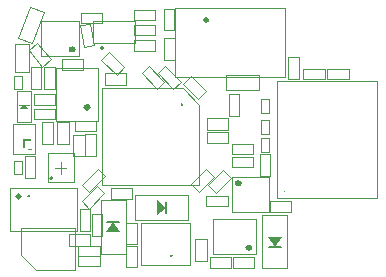
<source format=gbr>
%TF.GenerationSoftware,KiCad,Pcbnew,9.0.0*%
%TF.CreationDate,2025-03-31T11:01:06+01:00*%
%TF.ProjectId,vm_rp2040_brain_0.1,766d5f72-7032-4303-9430-5f627261696e,rev?*%
%TF.SameCoordinates,Original*%
%TF.FileFunction,AssemblyDrawing,Top*%
%FSLAX45Y45*%
G04 Gerber Fmt 4.5, Leading zero omitted, Abs format (unit mm)*
G04 Created by KiCad (PCBNEW 9.0.0) date 2025-03-31 11:01:06*
%MOMM*%
%LPD*%
G01*
G04 APERTURE LIST*
%ADD10C,0.049990*%
%ADD11C,0.100000*%
%ADD12C,0.200000*%
%ADD13C,0.300000*%
%ADD14C,0.500000*%
%ADD15C,0.150010*%
%ADD16C,0.000000*%
%ADD17C,0.152400*%
%ADD18C,0.120000*%
%ADD19C,0.060000*%
G04 APERTURE END LIST*
D10*
X-1258893Y255760D02*
X-1258893Y170759D01*
X-1268087Y813989D02*
X-1172528Y1076538D01*
X268227Y-319237D02*
X140947Y-446517D01*
X-1282499Y142499D02*
X-1397500Y142499D01*
X201882Y-482552D02*
X386883Y-482552D01*
X284076Y-453133D02*
X216901Y-385958D01*
X1649364Y-495300D02*
X803801Y-495300D01*
X-1462499Y-412552D02*
X-1462499Y-782551D01*
X10351Y462552D02*
X137630Y335272D01*
X-1327498Y-332610D02*
X-1242497Y-332610D01*
X-1387429Y857425D02*
X-1268087Y813989D01*
X626633Y-975756D02*
X626633Y-675757D01*
X-1064999Y604157D02*
X-715000Y604157D01*
X-230000Y837499D02*
X-230000Y742500D01*
X-781261Y-594281D02*
X-781261Y-779282D01*
X210000Y-37501D02*
X210000Y57501D01*
X-726331Y151999D02*
X-911329Y151999D01*
X1227501Y593166D02*
X1412499Y593166D01*
X210000Y175001D02*
X210000Y80000D01*
X-767685Y-820080D02*
X-767685Y-635081D01*
X-1245001Y130000D02*
X-1245001Y-130000D01*
X-695353Y-903559D02*
X-695353Y-988560D01*
X920001Y-618211D02*
X920001Y-523210D01*
X-697499Y-1077834D02*
X-697499Y-992833D01*
X-715183Y-255194D02*
X-845998Y-386009D01*
X-1166465Y426298D02*
X-1081466Y426298D01*
X-1280937Y425000D02*
X-1280937Y609999D01*
X-74145Y424541D02*
X-14041Y484645D01*
X-780760Y-903051D02*
X-960760Y-903051D01*
X665000Y160000D02*
X735000Y160000D01*
X-227500Y1092500D02*
X-412499Y1092500D01*
D11*
X-1080000Y-242349D02*
X-980001Y-242349D01*
D10*
X144501Y-392001D02*
X-679498Y-392001D01*
X411356Y-325854D02*
X284076Y-453133D01*
D12*
X-137500Y-595000D02*
X-137500Y-629999D01*
D10*
X-1226850Y812991D02*
X-1111151Y675104D01*
X-960760Y-808050D02*
X-780760Y-808050D01*
X-474370Y-1082119D02*
X-474370Y-902119D01*
X231259Y-1000714D02*
X231259Y-1095715D01*
X-154998Y1104999D02*
X-70000Y1104999D01*
X-1280937Y609999D02*
X-1195936Y609999D01*
X-1017854Y584733D02*
X-1017854Y679734D01*
X-860555Y983417D02*
X-675554Y983417D01*
X210000Y80000D02*
X390002Y80000D01*
X-1186500Y-39500D02*
X-1091499Y-39500D01*
X-695353Y-988560D02*
X-880354Y-988560D01*
X411259Y-1095715D02*
X411259Y-1000714D01*
X610324Y-1093213D02*
X430324Y-1093213D01*
X-477995Y-970001D02*
X-687995Y-970001D01*
X-1194999Y703009D02*
X-877499Y703009D01*
D13*
X-1396169Y-486839D02*
G75*
G02*
X-1376169Y-486839I10000J0D01*
G01*
D14*
X-927501Y758007D02*
G75*
G02*
X-937499Y758007I-4999J0D01*
G01*
D10*
X-412499Y1092500D02*
X-412499Y1007501D01*
X390002Y175001D02*
X210000Y175001D01*
X-1258893Y377000D02*
X-1258893Y291998D01*
X417500Y-39317D02*
X417500Y-124318D01*
X745000Y-312090D02*
X659999Y-312090D01*
X665000Y335001D02*
X735000Y335001D01*
X-1186500Y140500D02*
X-1186500Y-39500D01*
X-697499Y-992833D02*
X-882500Y-992833D01*
X735000Y4999D02*
X735000Y-110000D01*
D15*
X-1294199Y-88900D02*
G75*
G02*
X-1284201Y-88900I4999J0D01*
G01*
D10*
X1207933Y593166D02*
X1022932Y593166D01*
D16*
G36*
X783003Y-911060D02*
G01*
X723003Y-831060D01*
X843006Y-831060D01*
X783003Y-911060D01*
G37*
D10*
X987933Y510667D02*
X892932Y510667D01*
X-827499Y36251D02*
X-922500Y36251D01*
D12*
X768005Y-911060D02*
X733003Y-911060D01*
D10*
X-480151Y-709999D02*
X-385150Y-709999D01*
D11*
X-1140000Y-122349D02*
X-920001Y-122349D01*
D10*
X-412501Y877499D02*
X-227500Y877499D01*
X-1357500Y-182499D02*
X-1427500Y-182499D01*
X-379369Y-1082119D02*
X-474370Y-1082119D01*
X-385150Y-890001D02*
X-480151Y-890001D01*
X476717Y377406D02*
X391719Y377406D01*
X735000Y44999D02*
X665000Y44999D01*
X-880354Y-903559D02*
X-695353Y-903559D01*
X-1291869Y1119975D02*
X-1387429Y857425D01*
X-1058001Y140500D02*
X-1058001Y-39500D01*
X261633Y-975756D02*
X626633Y-975756D01*
X-1435001Y-130000D02*
X-1435001Y130000D01*
X216901Y-385958D02*
X344180Y-258679D01*
X206492Y-1028489D02*
X111491Y-1028489D01*
X47501Y-685000D02*
X-402499Y-685000D01*
X-1300000Y565803D02*
X-1420000Y565803D01*
X411259Y-1000714D02*
X231259Y-1000714D01*
X665000Y44999D02*
X665000Y160000D01*
X-781261Y-779282D02*
X-866262Y-779282D01*
D12*
X-1120000Y-332349D02*
G75*
G02*
X-1100000Y-332349I10000J0D01*
G01*
D10*
X892932Y690667D02*
X987933Y690667D01*
X-756666Y812754D02*
X-756666Y1003254D01*
X417500Y-237500D02*
X602501Y-237500D01*
X-1081466Y611299D02*
X-1166465Y611299D01*
X-402499Y-475000D02*
X47501Y-475000D01*
X-425602Y-412501D02*
X-425602Y-507500D01*
D13*
X191999Y1005954D02*
G75*
G02*
X211999Y1005954I10000J0D01*
G01*
D10*
X-227500Y1007501D02*
X-227500Y1092500D01*
X-63302Y853072D02*
X-158300Y853072D01*
X-58001Y523456D02*
X-58001Y1113455D01*
X-1073892Y377000D02*
X-1258893Y377000D01*
X430324Y-998215D02*
X610324Y-998215D01*
X-661027Y-458145D02*
X-721129Y-398041D01*
X-682683Y-820080D02*
X-767685Y-820080D01*
X-1427500Y-297500D02*
X-1357500Y-297500D01*
X-70000Y920001D02*
X-154998Y920001D01*
X-963000Y140500D02*
X-1058001Y140500D01*
X737128Y-319847D02*
X419628Y-319847D01*
X-837855Y584733D02*
X-1017854Y584733D01*
D16*
G36*
X-93149Y-996401D02*
G01*
X-104399Y-996401D01*
X-104399Y-978901D01*
X-75649Y-978901D01*
X-93149Y-996401D01*
G37*
D10*
X-402499Y-685000D02*
X-402499Y-475000D01*
X665000Y-110000D02*
X665000Y4999D01*
D11*
X-1140000Y-362349D02*
X-1140000Y-122349D01*
D10*
X391719Y377406D02*
X391719Y192408D01*
X-430276Y812754D02*
X-727456Y812754D01*
X-472498Y459999D02*
X-652498Y459999D01*
D13*
X-791728Y269291D02*
G75*
G02*
X-821730Y269291I-15001J0D01*
G01*
D10*
X-747083Y794794D02*
X-830791Y780034D01*
X-922500Y36251D02*
X-922500Y-143751D01*
X-1420000Y805802D02*
X-1300000Y805802D01*
D16*
G36*
X-1290000Y-495051D02*
G01*
X-1318750Y-495051D01*
X-1301250Y-477550D01*
X-1290000Y-477550D01*
X-1290000Y-495051D01*
G37*
D10*
X-556354Y540842D02*
X-489179Y608018D01*
X204805Y402448D02*
X77526Y529727D01*
X-1299627Y751926D02*
X-1226850Y812991D01*
X-911329Y67000D02*
X-726331Y67000D01*
X-472498Y555000D02*
X-472498Y459999D01*
X-911329Y151999D02*
X-911329Y67000D01*
D12*
X733003Y-911060D02*
X833003Y-911060D01*
D10*
X140947Y-446517D02*
X73772Y-379341D01*
X-882500Y-1077834D02*
X-697499Y-1077834D01*
X-830791Y780034D02*
X-862917Y962223D01*
X-352499Y-710001D02*
X67501Y-710001D01*
X1227501Y508165D02*
X1227501Y593166D01*
X370299Y543499D02*
X649699Y543499D01*
D16*
G36*
X7501Y292499D02*
G01*
X7501Y281249D01*
X-10000Y281249D01*
X-10000Y309999D01*
X7501Y292499D01*
G37*
D10*
X-1073892Y255760D02*
X-1258893Y255760D01*
X201051Y-252062D02*
X268227Y-319237D01*
X678005Y-646059D02*
X678005Y-1096061D01*
X-860555Y1068418D02*
X-860555Y983417D01*
X-1397500Y407500D02*
X-1282499Y407500D01*
X-791840Y-588960D02*
X-661027Y-458145D01*
X111491Y-1028489D02*
X111491Y-848490D01*
X-401066Y812754D02*
X-430276Y812754D01*
X740001Y-523210D02*
X740001Y-618211D01*
X735000Y160000D02*
X735000Y44999D01*
X-721129Y-398041D02*
X-851944Y-528856D01*
X-866262Y-594281D02*
X-781261Y-594281D01*
X-1166465Y611299D02*
X-1166465Y426298D01*
X-1111151Y675104D02*
X-1183924Y614037D01*
D16*
G36*
X-137500Y-579999D02*
G01*
X-217500Y-640001D01*
X-217500Y-520002D01*
X-137500Y-579999D01*
G37*
D10*
X649699Y416499D02*
X370299Y416499D01*
X737128Y-619849D02*
X737128Y-319847D01*
X-1425001Y537500D02*
X-1355001Y537500D01*
X-385150Y-709999D02*
X-385150Y-890001D01*
X-1091499Y-39500D02*
X-1091499Y140500D01*
X-728040Y-141651D02*
X-823039Y-141651D01*
X-675554Y1068418D02*
X-860555Y1068418D01*
X920001Y-523210D02*
X740001Y-523210D01*
X-1397500Y142499D02*
X-1397500Y407500D01*
X-489179Y608018D02*
X-616458Y735297D01*
X137630Y335272D02*
X204805Y402448D01*
X-1357500Y-297500D02*
X-1357500Y-182499D01*
D16*
G36*
X-1280000Y-12499D02*
G01*
X-1335001Y-12499D01*
X-1335001Y-72502D01*
X-1344996Y-72502D01*
X-1345001Y-12499D01*
X-1345001Y0D01*
X-1280000Y0D01*
X-1280000Y-12499D01*
G37*
D10*
X745000Y-127091D02*
X745000Y-312090D01*
X610324Y-998215D02*
X610324Y-1093213D01*
D12*
X-532996Y-705000D02*
X-567995Y-705000D01*
D10*
X-687995Y-520002D02*
X-477995Y-520002D01*
X-892500Y-782551D02*
X-892500Y-412552D01*
X-652498Y555000D02*
X-472498Y555000D01*
X-785894Y-446113D02*
X-655081Y-315298D01*
X-727456Y812754D02*
X-756666Y812754D01*
X-525526Y1003254D02*
X-401066Y1003254D01*
X665000Y4999D02*
X735000Y4999D01*
X-1355001Y537500D02*
X-1355001Y422499D01*
X-281036Y615460D02*
X-341140Y555356D01*
X735000Y220000D02*
X665000Y220000D01*
X-687995Y-970001D02*
X-687995Y-520002D01*
X-230000Y742500D02*
X-409999Y742500D01*
X144501Y290500D02*
X144501Y-392001D01*
X-480151Y-890001D02*
X-480151Y-709999D01*
X47501Y-475000D02*
X47501Y-685000D01*
D14*
X559135Y-920758D02*
G75*
G02*
X569133Y-920758I4999J0D01*
G01*
D10*
X-158300Y673072D02*
X-63302Y673072D01*
X-823039Y38349D02*
X-728040Y38349D01*
X1022932Y593166D02*
X1022932Y508165D01*
X-728040Y38349D02*
X-728040Y-141651D01*
X206492Y-848490D02*
X206492Y-1028489D01*
X1412499Y508165D02*
X1227501Y508165D01*
X-210325Y424541D02*
X-150221Y484645D01*
X892932Y510667D02*
X892932Y690667D01*
X-412499Y1007501D02*
X-227500Y1007501D01*
X-58001Y1113455D02*
X872000Y1113455D01*
X-877499Y703009D02*
X-877499Y1003008D01*
X-866262Y-779282D02*
X-866262Y-594281D01*
X-880354Y-988560D02*
X-880354Y-903559D01*
X872000Y523456D02*
X-58001Y523456D01*
X-474370Y-902119D02*
X-379369Y-902119D01*
X-1420000Y565803D02*
X-1420000Y805802D01*
D13*
X-1376169Y-486839D02*
G75*
G02*
X-1396169Y-486839I-10000J0D01*
G01*
D10*
X-1427500Y-182499D02*
X-1427500Y-297500D01*
X-1194999Y1003008D02*
X-1194999Y703009D01*
D12*
X-632996Y-705000D02*
X-532996Y-705000D01*
D10*
X659999Y-127091D02*
X745000Y-127091D01*
X-1091499Y140500D02*
X-1186500Y140500D01*
X-827499Y-143751D02*
X-827499Y36251D01*
X-726331Y67000D02*
X-726331Y151999D01*
X-70000Y1104999D02*
X-70000Y920001D01*
D13*
X-821730Y269291D02*
G75*
G02*
X-791728Y269291I15001J0D01*
G01*
D10*
X-652498Y459999D02*
X-652498Y555000D01*
X386883Y-482552D02*
X386883Y-567550D01*
X1649364Y495300D02*
X1649364Y-495300D01*
X602501Y-237500D02*
X602501Y-152499D01*
X-1195936Y609999D02*
X-1195936Y425000D01*
X344180Y-258679D02*
X411356Y-325854D01*
X-1064999Y154158D02*
X-1064999Y604157D01*
X-882500Y-992833D02*
X-882500Y-1077834D01*
X-682683Y-635081D02*
X-682683Y-820080D01*
X1207933Y508165D02*
X1207933Y593166D01*
X-715000Y604157D02*
X-715000Y154158D01*
X-1258893Y291998D02*
X-1073892Y291998D01*
X-683633Y668122D02*
X-556354Y540842D01*
X419628Y-619849D02*
X737128Y-619849D01*
X803801Y495300D02*
X1649364Y495300D01*
D14*
X-937499Y758007D02*
G75*
G02*
X-927501Y758007I4999J0D01*
G01*
D10*
X390002Y80000D02*
X390002Y175001D01*
X649699Y543499D02*
X649699Y416499D01*
X-922500Y-143751D02*
X-827499Y-143751D01*
X-409999Y837499D02*
X-230000Y837499D01*
X-1073892Y170759D02*
X-1073892Y255760D01*
X602501Y-39317D02*
X417500Y-39317D01*
X201882Y-567550D02*
X201882Y-482552D01*
X-1245001Y-130000D02*
X-1435001Y-130000D01*
X-845998Y-386009D02*
X-785894Y-446113D01*
X-963000Y-39500D02*
X-963000Y140500D01*
X659999Y-312090D02*
X659999Y-127091D01*
X-1183924Y614037D02*
X-1299627Y751926D01*
X1022932Y508165D02*
X1207933Y508165D01*
X-862917Y962223D02*
X-779209Y976983D01*
D14*
X469630Y-374848D02*
G75*
G02*
X479628Y-374848I4999J0D01*
G01*
D10*
X-675554Y983417D02*
X-675554Y1068418D01*
X-158300Y853072D02*
X-158300Y673072D01*
D12*
X-137500Y-629999D02*
X-137500Y-529999D01*
D10*
X-1355001Y422499D02*
X-1425001Y422499D01*
X665000Y220000D02*
X665000Y335001D01*
X-204960Y555356D02*
X-74145Y424541D01*
X-679498Y-392001D02*
X-679498Y432001D01*
X417500Y-124318D02*
X602501Y-124318D01*
X-409999Y742500D02*
X-409999Y837499D01*
X1412499Y593166D02*
X1412499Y508165D01*
X740001Y-618211D02*
X920001Y-618211D01*
X-144856Y615460D02*
X-204960Y555356D01*
X-655081Y-315298D02*
X-715183Y-255194D01*
X-780760Y-808050D02*
X-780760Y-903051D01*
D11*
X-1380000Y285001D02*
X-1300000Y285001D01*
D10*
X735000Y-110000D02*
X665000Y-110000D01*
X-1242497Y-147612D02*
X-1327498Y-147612D01*
X-1462499Y-782551D02*
X-892500Y-782551D01*
X386883Y-567550D02*
X201882Y-567550D01*
D11*
X-1030000Y-292349D02*
X-1030000Y-192349D01*
D10*
X987933Y690667D02*
X987933Y510667D01*
X-401066Y1003254D02*
X-401066Y812754D01*
X-1242497Y-332610D02*
X-1242497Y-147612D01*
X67501Y-1070000D02*
X-352499Y-1070000D01*
X-150221Y484645D02*
X-281036Y615460D01*
X-1425001Y422499D02*
X-1425001Y537500D01*
D11*
X-920001Y-122349D02*
X-920001Y-362349D01*
D10*
X872000Y1113455D02*
X872000Y523456D01*
X-877499Y1003008D02*
X-1194999Y1003008D01*
D17*
X-691566Y768005D02*
G75*
G02*
X-666166Y768005I12700J0D01*
G01*
D10*
X-616458Y735297D02*
X-683633Y668122D01*
X-715000Y154158D02*
X-1064999Y154158D01*
X678005Y-1096061D02*
X888004Y-1096061D01*
X-960760Y-903051D02*
X-960760Y-808050D01*
X-1073892Y291998D02*
X-1073892Y377000D01*
X-756666Y1003254D02*
X-632206Y1003254D01*
X-63302Y673072D02*
X-63302Y853072D01*
X-767685Y-635081D02*
X-682683Y-635081D01*
X803801Y-495300D02*
X803801Y495300D01*
X111491Y-848490D02*
X206492Y-848490D01*
X-1172528Y1076538D02*
X-1291869Y1119975D01*
X-632206Y1003254D02*
X-525526Y1003254D01*
X-1300000Y805802D02*
X-1300000Y565803D01*
X-892500Y-412552D02*
X-1462499Y-412552D01*
X3000Y432001D02*
X144501Y290500D01*
D14*
X569133Y-920758D02*
G75*
G02*
X559135Y-920758I-4999J0D01*
G01*
D13*
X211999Y1005954D02*
G75*
G02*
X191999Y1005954I-10000J0D01*
G01*
D10*
X-227500Y877499D02*
X-227500Y962500D01*
X370299Y416499D02*
X370299Y543499D01*
X73772Y-379341D02*
X201051Y-252062D01*
X417500Y-152499D02*
X417500Y-237500D01*
X-227500Y962500D02*
X-412501Y962500D01*
X-379369Y-902119D02*
X-379369Y-1082119D01*
X-1017854Y679734D02*
X-837855Y679734D01*
X-823039Y-141651D02*
X-823039Y38349D01*
D16*
G36*
X-522996Y-785000D02*
G01*
X-642996Y-785000D01*
X-582996Y-705000D01*
X-522996Y-785000D01*
G37*
D10*
X-1081466Y426298D02*
X-1081466Y611299D01*
X419628Y-319847D02*
X419628Y-619849D01*
X-352499Y-1070000D02*
X-352499Y-710001D01*
X391719Y192408D02*
X476717Y192408D01*
X-605602Y-412501D02*
X-425602Y-412501D01*
X390002Y-37501D02*
X210000Y-37501D01*
D15*
X-1284201Y-88900D02*
G75*
G02*
X-1294199Y-88900I-4999J0D01*
G01*
D10*
X231259Y-1095715D02*
X411259Y-1095715D01*
D12*
X-1100000Y-332349D02*
G75*
G02*
X-1120000Y-332349I-10000J0D01*
G01*
D10*
X-605602Y-507500D02*
X-605602Y-412501D01*
X602501Y-152499D02*
X417500Y-152499D01*
X210000Y57501D02*
X390002Y57501D01*
X-412501Y962500D02*
X-412501Y877499D01*
D17*
X-666166Y768005D02*
G75*
G02*
X-691566Y768005I-12700J0D01*
G01*
D10*
X-1058001Y-39500D02*
X-963000Y-39500D01*
X888004Y-646059D02*
X678005Y-646059D01*
X430324Y-1093213D02*
X430324Y-998215D01*
X77526Y529727D02*
X10351Y462552D01*
X-154998Y920001D02*
X-154998Y1104999D01*
X-1258893Y170759D02*
X-1073892Y170759D01*
X390002Y57501D02*
X390002Y-37501D01*
X-679498Y432001D02*
X3000Y432001D01*
X-14041Y484645D02*
X-144856Y615460D01*
X602501Y-124318D02*
X602501Y-39317D01*
X67501Y-710001D02*
X67501Y-1070000D01*
X-1195936Y425000D02*
X-1280937Y425000D01*
X261633Y-675757D02*
X261633Y-975756D01*
X735000Y335001D02*
X735000Y220000D01*
X-1327498Y-147612D02*
X-1327498Y-332610D01*
X-425602Y-507500D02*
X-605602Y-507500D01*
X476717Y192408D02*
X476717Y377406D01*
D11*
X-920001Y-362349D02*
X-1140000Y-362349D01*
D14*
X479628Y-374848D02*
G75*
G02*
X469630Y-374848I-4999J0D01*
G01*
D10*
X626633Y-675757D02*
X261633Y-675757D01*
X-837855Y679734D02*
X-837855Y584733D01*
X-779209Y976983D02*
X-747083Y794794D01*
X-1282499Y407500D02*
X-1282499Y142499D01*
X-341140Y555356D02*
X-210325Y424541D01*
X-477995Y-520002D02*
X-477995Y-970001D01*
D16*
G36*
X-1300000Y255001D02*
G01*
X-1380000Y255001D01*
X-1340000Y285001D01*
X-1300000Y255001D01*
G37*
D10*
X-851944Y-528856D02*
X-791840Y-588960D01*
X-1435001Y130000D02*
X-1245001Y130000D01*
X888004Y-1096061D02*
X888004Y-646059D01*
D18*
%TO.C,REF\u002A\u002A*%
X-1365957Y-750656D02*
X-908757Y-750656D01*
X-1365957Y-979256D02*
X-1365957Y-750656D01*
X-1238957Y-1106256D02*
X-1365957Y-979256D01*
X-908757Y-750656D02*
X-908757Y-1106256D01*
X-908757Y-1106256D02*
X-1238957Y-1106256D01*
D19*
X870335Y-447000D02*
G75*
G02*
X864335Y-447000I-3000J0D01*
G01*
X864335Y-447000D02*
G75*
G02*
X870335Y-447000I3000J0D01*
G01*
%TD*%
M02*

</source>
